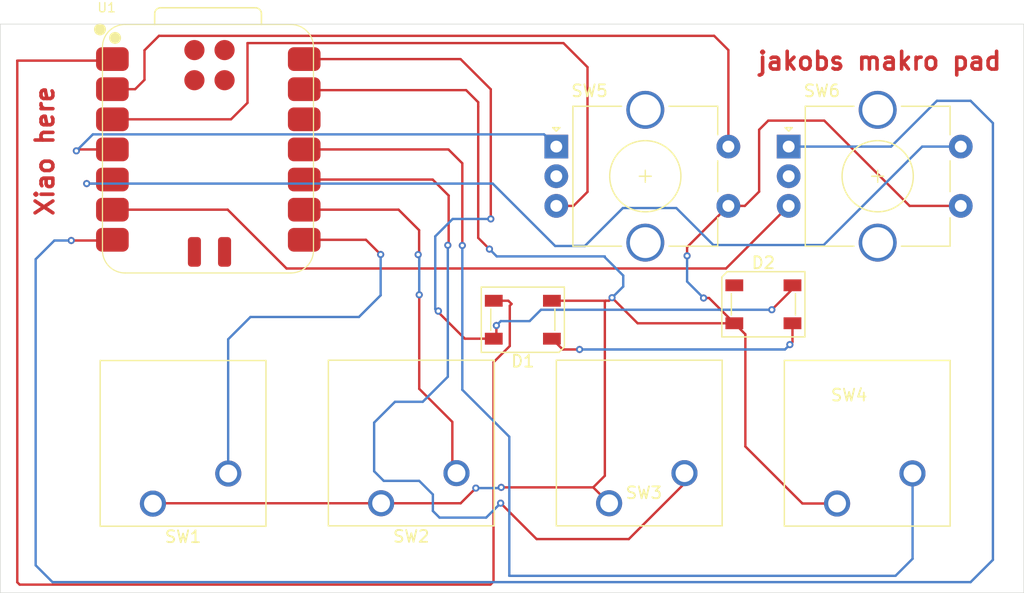
<source format=kicad_pcb>
(kicad_pcb (version 20241229) (generator "pcbnew") (generator_version "9.0")
  (layers (0 "F.Cu" signal) (2 "B.Cu" signal) (13 "F.Paste" user) (15 "B.Paste" user) (5 "F.SilkS" user "F.Silkscreen") (7 "B.SilkS" user "B.Silkscreen") (1 "F.Mask" user) (3 "B.Mask" user) (25 "Edge.Cuts" user))
  (net 0 "")
  (net 1 "Net-(D1-VDD)")
  (net 2 "Net-(D1-VSS)")
  (net 3 "+5V")
  (net 4 "GND")
  (net 6 "Net-(U1-GPIO1{slash}RX)")
  (net 7 "Net-(U1-GPIO2{slash}SCK)")
  (net 8 "Net-(U1-GPIO4{slash}MISO)")
  (net 9 "Net-(U1-GPIO3{slash}MOSI)")
  (net 10 "Net-(U1-GPIO27{slash}ADC1{slash}A1)")
  (net 11 "Net-(U1-GPIO28{slash}ADC2{slash}A2)")
  (net 13 "Net-(U1-GPIO29{slash}ADC3{slash}A3)")
  (net 15 "Net-(U1-GPIO0{slash}TX)")
  (net 16 "Net-(U1-GPIO6{slash}SDA)")
  (net 17 "Net-(U1-GPIO7{slash}SCL)")
  (footprint "Rotary_Encoder:RotaryEncoder_Alps_EC11E-Switch_Vertical_H20mm_CircularMountingHoles" (layer "F.Cu") (at 136.58 93.37)
    (property "Reference" "SW6" (at 2.8 -4.7 0) (layer "F.SilkS"))
    (property "Value" "RotaryEncoder_Switch")
    (fp_line (start -0.3 -1.6) (end 0.3 -1.6) (stroke (width 0.12)) (layer "F.SilkS"))
    (fp_line (start 0 -1.3) (end -0.3 -1.6) (stroke (width 0.12)) (layer "F.SilkS"))
    (fp_line (start 0.3 -1.6) (end 0 -1.3) (stroke (width 0.12)) (layer "F.SilkS"))
    (fp_line (start 1.4 -3.4) (end 1.4 8.4) (stroke (width 0.12)) (layer "F.SilkS"))
    (fp_line (start 5.5 -3.4) (end 1.4 -3.4) (stroke (width 0.12)) (layer "F.SilkS"))
    (fp_line (start 5.5 8.4) (end 1.4 8.4) (stroke (width 0.12)) (layer "F.SilkS"))
    (fp_line (start 7 2.5) (end 8 2.5) (stroke (width 0.12)) (layer "F.SilkS"))
    (fp_line (start 7.5 2) (end 7.5 3) (stroke (width 0.12)) (layer "F.SilkS"))
    (fp_line (start 9.5 -3.4) (end 13.6 -3.4) (stroke (width 0.12)) (layer "F.SilkS"))
    (fp_line (start 13.6 -3.4) (end 13.6 -1) (stroke (width 0.12)) (layer "F.SilkS"))
    (fp_line (start 13.6 1.2) (end 13.6 3.8) (stroke (width 0.12)) (layer "F.SilkS"))
    (fp_line (start 13.6 6) (end 13.6 8.4) (stroke (width 0.12)) (layer "F.SilkS"))
    (fp_line (start 13.6 8.4) (end 9.5 8.4) (stroke (width 0.12)) (layer "F.SilkS"))
    (fp_circle (center 7.5 2.5) (end 10.5 2.5) (stroke (width 0.12)) (fill no) (layer "F.SilkS"))
    (pad "A" thru_hole rect (at 0 0) (size 2 2) (drill 1) (layers "*.Cu" "*.Mask") (net 15 "Net-(U1-GPIO0{slash}TX)"))
    (pad "B" thru_hole circle (at 0 5) (size 2 2) (drill 1) (layers "*.Cu" "*.Mask") (net 17 "Net-(U1-GPIO7{slash}SCL)"))
    (pad "C" thru_hole circle (at 0 2.5) (size 2 2) (drill 1) (layers "*.Cu" "*.Mask"))
    (pad "MP" thru_hole circle (at 7.5 -3.1) (size 3.2 3.2) (drill 2.6) (layers "*.Cu" "*.Mask"))
    (pad "MP" thru_hole circle (at 7.5 8.1) (size 3.2 3.2) (drill 2.6) (layers "*.Cu" "*.Mask"))
    (pad "S1" thru_hole circle (at 14.5 5) (size 2 2) (drill 1) (layers "*.Cu" "*.Mask") (net 4 "GND"))
    (pad "S2" thru_hole circle (at 14.5 0) (size 2 2) (drill 1) (layers "*.Cu" "*.Mask") (net 16 "Net-(U1-GPIO6{slash}SDA)"))
  )
  (footprint "Button_Switch_Keyboard:SW_Cherry_MX_1.00u_PCB" (layer "F.Cu") (at 140.66 123.47 180)
    (property "Reference" "SW4" (at -1.01 9.14 0) (layer "F.SilkS"))
    (property "Value" "SW_Push")
    (fp_line (start 4.445 12.065) (end -9.525 12.065) (stroke (width 0.12)) (layer "F.SilkS"))
    (fp_line (start 4.445 -1.905) (end 4.445 12.065) (stroke (width 0.12)) (layer "F.SilkS"))
    (fp_line (start -9.525 12.065) (end -9.525 -1.905) (stroke (width 0.12)) (layer "F.SilkS"))
    (fp_line (start -9.525 -1.905) (end 4.445 -1.905) (stroke (width 0.12)) (layer "F.SilkS"))
    (pad "" np_thru_hole circle (at -7.62 5.08 180) (size 1.7 1.7) (drill 1.7) (layers "*.Cu" "*.Mask"))
    (pad "" np_thru_hole circle (at -2.54 5.08 180) (size 4 4) (drill 4) (layers "*.Cu" "*.Mask"))
    (pad "" np_thru_hole circle (at 2.54 5.08 180) (size 1.7 1.7) (drill 1.7) (layers "*.Cu" "*.Mask"))
    (pad "1" thru_hole circle (at 0 0 180) (size 2.2 2.2) (drill 1.5) (layers "*.Cu" "*.Mask") (net 4 "GND"))
    (pad "2" thru_hole circle (at -6.35 2.54 180) (size 2.2 2.2) (drill 1.5) (layers "*.Cu" "*.Mask") (net 9 "Net-(U1-GPIO3{slash}MOSI)"))
  )
  (footprint "LED_SMD:LED_SK6812_PLCC4_5.0x5.0mm_P3.2mm" (layer "F.Cu") (at 134.45 106.67)
    (property "Reference" "D2" (at 0 -3.5 0) (layer "F.SilkS"))
    (property "Value" "SK6812")
    (fp_line (start -3.5 -2.3) (end -3.5 2.75) (stroke (width 0.12)) (layer "F.SilkS"))
    (fp_line (start -3.05 -2.75) (end -3.5 -2.3) (stroke (width 0.12)) (layer "F.SilkS"))
    (fp_line (start -2.7 -0.9) (end -2.7 0.9) (stroke (width 0.12)) (layer "F.SilkS"))
    (fp_line (start 2.7 -0.9) (end 2.7 0.9) (stroke (width 0.12)) (layer "F.SilkS"))
    (fp_line (start 3.5 -2.75) (end -3.05 -2.75) (stroke (width 0.12)) (layer "F.SilkS"))
    (fp_line (start 3.5 2.75) (end -3.5 2.75) (stroke (width 0.12)) (layer "F.SilkS"))
    (fp_line (start 3.5 2.75) (end 3.5 -2.75) (stroke (width 0.12)) (layer "F.SilkS"))
    (pad "1" smd rect (at -2.45 -1.6 180) (size 1.5 1) (layers "F.Cu" "F.Mask" "F.Paste"))
    (pad "2" smd rect (at -2.45 1.6 180) (size 1.5 1) (layers "F.Cu" "F.Mask" "F.Paste") (net 4 "GND"))
    (pad "3" smd rect (at 2.45 1.6 180) (size 1.5 1) (layers "F.Cu" "F.Mask" "F.Paste") (net 2 "Net-(D1-VSS)"))
    (pad "4" smd rect (at 2.45 -1.6 180) (size 1.5 1) (layers "F.Cu" "F.Mask" "F.Paste") (net 3 "+5V"))
  )
  (footprint "LED_SMD:LED_SK6812_PLCC4_5.0x5.0mm_P3.2mm" (layer "F.Cu") (at 114.18 107.97 180)
    (property "Reference" "D1" (at 0 -3.5 0) (layer "F.SilkS"))
    (property "Value" "SK6812")
    (fp_line (start 3.5 2.75) (end 3.5 -2.75) (stroke (width 0.12)) (layer "F.SilkS"))
    (fp_line (start 3.5 2.75) (end -3.5 2.75) (stroke (width 0.12)) (layer "F.SilkS"))
    (fp_line (start 3.5 -2.75) (end -3.05 -2.75) (stroke (width 0.12)) (layer "F.SilkS"))
    (fp_line (start 2.7 -0.9) (end 2.7 0.9) (stroke (width 0.12)) (layer "F.SilkS"))
    (fp_line (start -2.7 -0.9) (end -2.7 0.9) (stroke (width 0.12)) (layer "F.SilkS"))
    (fp_line (start -3.05 -2.75) (end -3.5 -2.3) (stroke (width 0.12)) (layer "F.SilkS"))
    (fp_line (start -3.5 -2.3) (end -3.5 2.75) (stroke (width 0.12)) (layer "F.SilkS"))
    (pad "1" smd rect (at -2.45 -1.6) (size 1.5 1) (layers "F.Cu" "F.Mask" "F.Paste") (net 2 "Net-(D1-VSS)"))
    (pad "2" smd rect (at -2.45 1.6) (size 1.5 1) (layers "F.Cu" "F.Mask" "F.Paste") (net 4 "GND"))
    (pad "3" smd rect (at 2.45 1.6) (size 1.5 1) (layers "F.Cu" "F.Mask" "F.Paste") (net 1 "Net-(D1-VDD)"))
    (pad "4" smd rect (at 2.45 -1.6) (size 1.5 1) (layers "F.Cu" "F.Mask" "F.Paste") (net 3 "+5V"))
  )
  (footprint "Button_Switch_Keyboard:SW_Cherry_MX_1.00u_PCB" (layer "F.Cu") (at 102.24 123.45 180)
    (property "Reference" "SW2" (at -2.54 -2.794 0) (layer "F.SilkS"))
    (property "Value" "SW_Push")
    (fp_line (start 4.445 12.065) (end -9.525 12.065) (stroke (width 0.12)) (layer "F.SilkS"))
    (fp_line (start 4.445 -1.905) (end 4.445 12.065) (stroke (width 0.12)) (layer "F.SilkS"))
    (fp_line (start -9.525 12.065) (end -9.525 -1.905) (stroke (width 0.12)) (layer "F.SilkS"))
    (fp_line (start -9.525 -1.905) (end 4.445 -1.905) (stroke (width 0.12)) (layer "F.SilkS"))
    (pad "" np_thru_hole circle (at -7.62 5.08 180) (size 1.7 1.7) (drill 1.7) (layers "*.Cu" "*.Mask"))
    (pad "" np_thru_hole circle (at -2.54 5.08 180) (size 4 4) (drill 4) (layers "*.Cu" "*.Mask"))
    (pad "" np_thru_hole circle (at 2.54 5.08 180) (size 1.7 1.7) (drill 1.7) (layers "*.Cu" "*.Mask"))
    (pad "1" thru_hole circle (at 0 0 180) (size 2.2 2.2) (drill 1.5) (layers "*.Cu" "*.Mask") (net 4 "GND"))
    (pad "2" thru_hole circle (at -6.35 2.54 180) (size 2.2 2.2) (drill 1.5) (layers "*.Cu" "*.Mask") (net 7 "Net-(U1-GPIO2{slash}SCK)"))
  )
  (footprint "Rotary_Encoder:RotaryEncoder_Alps_EC11E-Switch_Vertical_H20mm_CircularMountingHoles" (layer "F.Cu") (at 117 93.37)
    (property "Reference" "SW5" (at 2.8 -4.7 0) (layer "F.SilkS"))
    (property "Value" "RotaryEncoder_Switch")
    (fp_line (start -0.3 -1.6) (end 0.3 -1.6) (stroke (width 0.12)) (layer "F.SilkS"))
    (fp_line (start 0 -1.3) (end -0.3 -1.6) (stroke (width 0.12)) (layer "F.SilkS"))
    (fp_line (start 0.3 -1.6) (end 0 -1.3) (stroke (width 0.12)) (layer "F.SilkS"))
    (fp_line (start 1.4 -3.4) (end 1.4 8.4) (stroke (width 0.12)) (layer "F.SilkS"))
    (fp_line (start 5.5 -3.4) (end 1.4 -3.4) (stroke (width 0.12)) (layer "F.SilkS"))
    (fp_line (start 5.5 8.4) (end 1.4 8.4) (stroke (width 0.12)) (layer "F.SilkS"))
    (fp_line (start 7 2.5) (end 8 2.5) (stroke (width 0.12)) (layer "F.SilkS"))
    (fp_line (start 7.5 2) (end 7.5 3) (stroke (width 0.12)) (layer "F.SilkS"))
    (fp_line (start 9.5 -3.4) (end 13.6 -3.4) (stroke (width 0.12)) (layer "F.SilkS"))
    (fp_line (start 13.6 -3.4) (end 13.6 -1) (stroke (width 0.12)) (layer "F.SilkS"))
    (fp_line (start 13.6 1.2) (end 13.6 3.8) (stroke (width 0.12)) (layer "F.SilkS"))
    (fp_line (start 13.6 6) (end 13.6 8.4) (stroke (width 0.12)) (layer "F.SilkS"))
    (fp_line (start 13.6 8.4) (end 9.5 8.4) (stroke (width 0.12)) (layer "F.SilkS"))
    (fp_circle (center 7.5 2.5) (end 10.5 2.5) (stroke (width 0.12)) (fill no) (layer "F.SilkS"))
    (pad "A" thru_hole rect (at 0 0) (size 2 2) (drill 1) (layers "*.Cu" "*.Mask") (net 13 "Net-(U1-GPIO29{slash}ADC3{slash}A3)"))
    (pad "B" thru_hole circle (at 0 5) (size 2 2) (drill 1) (layers "*.Cu" "*.Mask") (net 11 "Net-(U1-GPIO28{slash}ADC2{slash}A2)"))
    (pad "C" thru_hole circle (at 0 2.5) (size 2 2) (drill 1) (layers "*.Cu" "*.Mask"))
    (pad "MP" thru_hole circle (at 7.5 -3.1) (size 3.2 3.2) (drill 2.6) (layers "*.Cu" "*.Mask"))
    (pad "MP" thru_hole circle (at 7.5 8.1) (size 3.2 3.2) (drill 2.6) (layers "*.Cu" "*.Mask"))
    (pad "S1" thru_hole circle (at 14.5 5) (size 2 2) (drill 1) (layers "*.Cu" "*.Mask") (net 4 "GND"))
    (pad "S2" thru_hole circle (at 14.5 0) (size 2 2) (drill 1) (layers "*.Cu" "*.Mask") (net 10 "Net-(U1-GPIO27{slash}ADC1{slash}A1)"))
  )
  (footprint "Button_Switch_Keyboard:SW_Cherry_MX_1.00u_PCB" (layer "F.Cu") (at 121.45 123.45 180)
    (property "Reference" "SW3" (at -2.93 0.88 0) (layer "F.SilkS"))
    (property "Value" "SW_Push")
    (fp_line (start 4.445 12.065) (end -9.525 12.065) (stroke (width 0.12)) (layer "F.SilkS"))
    (fp_line (start 4.445 -1.905) (end 4.445 12.065) (stroke (width 0.12)) (layer "F.SilkS"))
    (fp_line (start -9.525 12.065) (end -9.525 -1.905) (stroke (width 0.12)) (layer "F.SilkS"))
    (fp_line (start -9.525 -1.905) (end 4.445 -1.905) (stroke (width 0.12)) (layer "F.SilkS"))
    (pad "" np_thru_hole circle (at -7.62 5.08 180) (size 1.7 1.7) (drill 1.7) (layers "*.Cu" "*.Mask"))
    (pad "" np_thru_hole circle (at -2.54 5.08 180) (size 4 4) (drill 4) (layers "*.Cu" "*.Mask"))
    (pad "" np_thru_hole circle (at 2.54 5.08 180) (size 1.7 1.7) (drill 1.7) (layers "*.Cu" "*.Mask"))
    (pad "1" thru_hole circle (at 0 0 180) (size 2.2 2.2) (drill 1.5) (layers "*.Cu" "*.Mask") (net 4 "GND"))
    (pad "2" thru_hole circle (at -6.35 2.54 180) (size 2.2 2.2) (drill 1.5) (layers "*.Cu" "*.Mask") (net 8 "Net-(U1-GPIO4{slash}MISO)"))
  )
  (footprint "seed:XIAO-RP2040-SMD" (layer "F.Cu") (at 87.5945 93.61025)
    (property "Reference" "U1" (at -9.335 -11.5 0) (layer "F.SilkS") (effects (font (size 0.78232 0.78232) (thickness 0.10668)) (justify left bottom)))
    (property "Value" "XIAO-RP2040-DIP")
    (fp_line (start -8.835 8.513) (end -8.835 -8.632) (stroke (width 0.1)) (layer "F.SilkS"))
    (fp_line (start -6.93 10.418) (end 7.04 10.418) (stroke (width 0.1)) (layer "F.SilkS"))
    (fp_line (start -4.44 -10.537) (end -4.436272 -11.447272) (stroke (width 0.127)) (layer "F.SilkS"))
    (fp_line (start -3.936272 -11.947) (end 4.059 -11.947) (stroke (width 0.127)) (layer "F.SilkS"))
    (fp_line (start 4.559 -11.447) (end 4.559 -10.537) (stroke (width 0.127)) (layer "F.SilkS"))
    (fp_line (start 7.04 -10.537) (end -6.93 -10.537) (stroke (width 0.1)) (layer "F.SilkS"))
    (fp_line (start 8.945 8.513) (end 8.945 -8.632) (stroke (width 0.1)) (layer "F.SilkS"))
    (fp_arc (start -8.835 -8.636) (mid -8.277038 -9.983038) (end -6.93 -10.541) (stroke (width 0.1)) (layer "F.SilkS"))
    (fp_arc (start -6.93 10.418) (mid -8.277038 9.860038) (end -8.835 8.513) (stroke (width 0.1)) (layer "F.SilkS"))
    (fp_arc (start -4.436272 -11.447272) (mid -4.289724 -11.800644) (end -3.936272 -11.947) (stroke (width 0.127)) (layer "F.SilkS"))
    (fp_arc (start 4.059 -11.947) (mid 4.412553 -11.800553) (end 4.559 -11.447) (stroke (width 0.127)) (layer "F.SilkS"))
    (fp_arc (start 7.04 -10.537) (mid 8.387038 -9.979038) (end 8.945 -8.632) (stroke (width 0.1)) (layer "F.SilkS"))
    (fp_arc (start 8.945 8.513) (mid 8.387038 9.860038) (end 7.04 10.418) (stroke (width 0.1)) (layer "F.SilkS"))
    (fp_circle (center -9.045 -10.121) (end -9.045 -10.375) (stroke (width 0.5)) (fill yes) (layer "F.SilkS"))
    (fp_circle (center -7.771 -9.404) (end -7.771 -9.658) (stroke (width 0.5)) (fill yes) (layer "F.SilkS"))
    (pad "1" smd roundrect (at -8 -7.62) (size 2.75 2) (layers "F.Cu" "F.Mask" "F.Paste") (net 1 "Net-(D1-VDD)"))
    (pad "2" smd roundrect (at -8 -5.08) (size 2.75 2) (layers "F.Cu" "F.Mask" "F.Paste") (net 10 "Net-(U1-GPIO27{slash}ADC1{slash}A1)"))
    (pad "3" smd roundrect (at -8 -2.54) (size 2.75 2) (layers "F.Cu" "F.Mask" "F.Paste") (net 11 "Net-(U1-GPIO28{slash}ADC2{slash}A2)"))
    (pad "4" smd roundrect (at -8 0) (size 2.75 2) (layers "F.Cu" "F.Mask" "F.Paste") (net 13 "Net-(U1-GPIO29{slash}ADC3{slash}A3)"))
    (pad "5" smd roundrect (at -8 2.54) (size 2.75 2) (layers "F.Cu" "F.Mask" "F.Paste") (net 16 "Net-(U1-GPIO6{slash}SDA)"))
    (pad "6" smd roundrect (at -8 5.08) (size 2.75 2) (layers "F.Cu" "F.Mask" "F.Paste") (net 17 "Net-(U1-GPIO7{slash}SCL)"))
    (pad "7" smd roundrect (at -8 7.62) (size 2.75 2) (layers "F.Cu" "F.Mask" "F.Paste") (net 15 "Net-(U1-GPIO0{slash}TX)"))
    (pad "8" smd roundrect (at 8.165 7.62) (size 2.75 2) (layers "F.Cu" "F.Mask" "F.Paste") (net 6 "Net-(U1-GPIO1{slash}RX)"))
    (pad "9" smd roundrect (at 8.165 5.08) (size 2.75 2) (layers "F.Cu" "F.Mask" "F.Paste") (net 7 "Net-(U1-GPIO2{slash}SCK)"))
    (pad "10" smd roundrect (at 8.165 2.54) (size 2.75 2) (layers "F.Cu" "F.Mask" "F.Paste") (net 8 "Net-(U1-GPIO4{slash}MISO)"))
    (pad "11" smd roundrect (at 8.165 0) (size 2.75 2) (layers "F.Cu" "F.Mask" "F.Paste") (net 9 "Net-(U1-GPIO3{slash}MOSI)"))
    (pad "12" smd roundrect (at 8.165 -2.54) (size 2.75 2) (layers "F.Cu" "F.Mask" "F.Paste"))
    (pad "13" smd roundrect (at 8.165 -5.08) (size 2.75 2) (layers "F.Cu" "F.Mask" "F.Paste") (net 4 "GND"))
    (pad "14" smd roundrect (at 8.165 -7.62) (size 2.75 2) (layers "F.Cu" "F.Mask" "F.Paste") (net 3 "+5V"))
    (pad "15" smd roundrect (at -1.088 8.64 270) (size 2.5 1.1) (layers "F.Cu" "F.Mask" "F.Paste"))
    (pad "16" smd roundrect (at 1.452 8.64 270) (size 2.5 1.1) (layers "F.Cu" "F.Mask" "F.Paste"))
    (pad "17" smd circle (at -1.088 -8.378) (size 1.7 1.7) (layers "F.Cu" "F.Mask" "F.Paste"))
    (pad "18" smd circle (at 1.452 -8.378) (size 1.7 1.7) (layers "F.Cu" "F.Mask" "F.Paste"))
    (pad "19" smd circle (at -1.088 -5.838) (size 1.7 1.7) (layers "F.Cu" "F.Mask" "F.Paste"))
    (pad "20" smd circle (at 1.452 -5.838) (size 1.7 1.7) (layers "F.Cu" "F.Mask" "F.Paste"))
  )
  (footprint "Button_Switch_Keyboard:SW_Cherry_MX_1.00u_PCB" (layer "F.Cu") (at 83.01 123.48 180)
    (property "Reference" "SW1" (at -2.54 -2.794 0) (layer "F.SilkS"))
    (property "Value" "SW_Push")
    (fp_line (start 4.445 12.065) (end -9.525 12.065) (stroke (width 0.12)) (layer "F.SilkS"))
    (fp_line (start 4.445 -1.905) (end 4.445 12.065) (stroke (width 0.12)) (layer "F.SilkS"))
    (fp_line (start -9.525 12.065) (end -9.525 -1.905) (stroke (width 0.12)) (layer "F.SilkS"))
    (fp_line (start -9.525 -1.905) (end 4.445 -1.905) (stroke (width 0.12)) (layer "F.SilkS"))
    (pad "" np_thru_hole circle (at -7.62 5.08 180) (size 1.7 1.7) (drill 1.7) (layers "*.Cu" "*.Mask"))
    (pad "" np_thru_hole circle (at -2.54 5.08 180) (size 4 4) (drill 4) (layers "*.Cu" "*.Mask"))
    (pad "" np_thru_hole circle (at 2.54 5.08 180) (size 1.7 1.7) (drill 1.7) (layers "*.Cu" "*.Mask"))
    (pad "1" thru_hole circle (at 0 0 180) (size 2.2 2.2) (drill 1.5) (layers "*.Cu" "*.Mask") (net 4 "GND"))
    (pad "2" thru_hole circle (at -6.35 2.54 180) (size 2.2 2.2) (drill 1.5) (layers "*.Cu" "*.Mask") (net 6 "Net-(U1-GPIO1{slash}RX)"))
  )
  (gr_rect (start 70.15 83.04) (end 156.39 131) (stroke (width 0.05)) (fill no) (layer "Edge.Cuts"))
  (gr_text "Xiao here" (at 74.78 99.37 90) (layer "F.Cu") (effects (font (size 1.5 1.5) (thickness 0.3) (bold yes)) (justify left bottom)))
  (gr_text "jakobs makro pad" (at 133.83 87.03 0) (layer "F.Cu") (effects (font (size 1.5 1.5) (thickness 0.3) (bold yes)) (justify left bottom)))
  (segment (start 71.58 86.12) (end 71.58 130.11) (width 0.2) (layer "F.Cu") (net 1))
  (segment (start 79.46475 86.12) (end 71.58 86.12) (width 0.2) (layer "F.Cu") (net 1))
  (segment (start 112.96 106.37) (end 111.73 106.37) (width 0.2) (layer "F.Cu") (net 1))
  (segment (start 111.71 130.05) (end 111.71 111.56) (width 0.2) (layer "F.Cu") (net 1))
  (segment (start 79.5945 85.99025) (end 79.46475 86.12) (width 0.2) (layer "F.Cu") (net 1))
  (segment (start 111.45 130.31) (end 111.71 130.05) (width 0.2) (layer "F.Cu") (net 1))
  (segment (start 71.78 130.31) (end 111.45 130.31) (width 0.2) (layer "F.Cu") (net 1))
  (segment (start 113.08 110.19) (end 113.08 106.79) (width 0.2) (layer "F.Cu") (net 1))
  (segment (start 113.23 106.64) (end 112.96 106.37) (width 0.2) (layer "F.Cu") (net 1))
  (segment (start 79.51 86.07475) (end 79.51 86.12) (width 0.2) (layer "F.Cu") (net 1))
  (segment (start 113.08 106.79) (end 113.23 106.64) (width 0.2) (layer "F.Cu") (net 1))
  (segment (start 111.71 111.56) (end 113.08 110.19) (width 0.2) (layer "F.Cu") (net 1))
  (segment (start 71.58 130.11) (end 71.78 130.31) (width 0.2) (layer "F.Cu") (net 1))
  (segment (start 136.9 109.85) (end 136.9 108.27) (width 0.2) (layer "F.Cu") (net 2))
  (segment (start 116.63 109.57) (end 117.54 110.48) (width 0.2) (layer "F.Cu") (net 2))
  (segment (start 136.68 110.07) (end 136.9 109.85) (width 0.2) (layer "F.Cu") (net 2))
  (segment (start 117.54 110.48) (end 118.96 110.48) (width 0.2) (layer "F.Cu") (net 2))
  (via (at 136.68 110.07) (size 0.6) (drill 0.3) (layers "F.Cu" "B.Cu") (net 2))
  (via (at 118.96 110.48) (size 0.6) (drill 0.3) (layers "F.Cu" "B.Cu") (net 2))
  (segment (start 118.96 110.48) (end 136.27 110.48) (width 0.2) (layer "B.Cu") (net 2))
  (segment (start 136.27 110.48) (end 136.68 110.07) (width 0.2) (layer "B.Cu") (net 2))
  (segment (start 111.95 108.46) (end 111.95 109.35) (width 0.2) (layer "F.Cu") (net 3))
  (segment (start 111.48 88.54) (end 111.48 99.47) (width 0.2) (layer "F.Cu") (net 3))
  (segment (start 109.29 109.57) (end 111.73 109.57) (width 0.2) (layer "F.Cu") (net 3))
  (segment (start 107.06 107.24) (end 107.06 107.34) (width 0.2) (layer "F.Cu") (net 3))
  (segment (start 95.7595 85.99025) (end 108.93025 85.99025) (width 0.2) (layer "F.Cu") (net 3))
  (segment (start 136.9 105.39) (end 135.16 107.13) (width 0.2) (layer "F.Cu") (net 3))
  (segment (start 108.93025 85.99025) (end 111.48 88.54) (width 0.2) (layer "F.Cu") (net 3))
  (segment (start 111.95 109.35) (end 111.73 109.57) (width 0.2) (layer "F.Cu") (net 3))
  (segment (start 136.9 105.07) (end 136.9 105.39) (width 0.2) (layer "F.Cu") (net 3))
  (segment (start 107.06 107.34) (end 109.29 109.57) (width 0.2) (layer "F.Cu") (net 3))
  (via (at 107.06 107.24) (size 0.6) (drill 0.3) (layers "F.Cu" "B.Cu") (net 3))
  (via (at 135.16 107.13) (size 0.6) (drill 0.3) (layers "F.Cu" "B.Cu") (net 3))
  (via (at 111.48 99.47) (size 0.6) (drill 0.3) (layers "F.Cu" "B.Cu") (net 3))
  (via (at 111.95 108.46) (size 0.6) (drill 0.3) (layers "F.Cu" "B.Cu") (net 3))
  (via (at 107.06 107.24) (size 0.6) (drill 0.3) (layers "F.Cu" "B.Cu") (net 3))
  (segment (start 112.32 108.09) (end 111.95 108.46) (width 0.2) (layer "B.Cu") (net 3))
  (segment (start 106.8 107.08) (end 106.8 100.94) (width 0.2) (layer "B.Cu") (net 3))
  (segment (start 108.27 99.47) (end 111.48 99.47) (width 0.2) (layer "B.Cu") (net 3))
  (segment (start 115.71 107.13) (end 114.75 108.09) (width 0.2) (layer "B.Cu") (net 3))
  (segment (start 135.16 107.13) (end 115.71 107.13) (width 0.2) (layer "B.Cu") (net 3))
  (segment (start 106.96 107.24) (end 106.8 107.08) (width 0.2) (layer "B.Cu") (net 3))
  (segment (start 106.8 100.94) (end 108.27 99.47) (width 0.2) (layer "B.Cu") (net 3))
  (segment (start 114.75 108.09) (end 112.32 108.09) (width 0.2) (layer "B.Cu") (net 3))
  (segment (start 107.06 107.24) (end 106.96 107.24) (width 0.2) (layer "B.Cu") (net 3))
  (segment (start 132.89 98.37) (end 131.5 98.37) (width 0.2) (layer "F.Cu") (net 4))
  (segment (start 83.01 123.48) (end 83.04 123.45) (width 0.2) (layer "F.Cu") (net 4))
  (segment (start 121.695 106.115) (end 121.44 106.37) (width 0.2) (layer "F.Cu") (net 4))
  (segment (start 146.77 98.37) (end 139.58 91.18) (width 0.2) (layer "F.Cu") (net 4))
  (segment (start 151.08 98.37) (end 146.77 98.37) (width 0.2) (layer "F.Cu") (net 4))
  (segment (start 121.16 106.37) (end 116.63 106.37) (width 0.2) (layer "F.Cu") (net 4))
  (segment (start 132.93 109.2) (end 132 108.27) (width 0.2) (layer "F.Cu") (net 4))
  (segment (start 121.44 106.37) (end 121.16 106.37) (width 0.2) (layer "F.Cu") (net 4))
  (segment (start 83.04 123.45) (end 102.24 123.45) (width 0.2) (layer "F.Cu") (net 4))
  (segment (start 140.66 123.47) (end 137.74 123.47) (width 0.2) (layer "F.Cu") (net 4))
  (segment (start 121.09 121.13) (end 121.09 106.44) (width 0.2) (layer "F.Cu") (net 4))
  (segment (start 110.42 89.63) (end 110.42 90) (width 0.2) (layer "F.Cu") (net 4))
  (segment (start 121.09 106.44) (end 121.16 106.37) (width 0.2) (layer "F.Cu") (net 4))
  (segment (start 129.87 106.14) (end 132 108.27) (width 0.2) (layer "F.Cu") (net 4))
  (segment (start 110.42 101.07) (end 111.365 102.015) (width 0.2) (layer "F.Cu") (net 4))
  (segment (start 131.5 98.37) (end 128.02 101.85) (width 0.2) (layer "F.Cu") (net 4))
  (segment (start 134.86 91.18) (end 134.09 91.95) (width 0.2) (layer "F.Cu") (net 4))
  (segment (start 128.02 101.85) (end 128.02 102.58) (width 0.2) (layer "F.Cu") (net 4))
  (segment (start 95.7595 88.53025) (end 95.83925 88.61) (width 0.2) (layer "F.Cu") (net 4))
  (segment (start 120.11 122.11) (end 121.09 121.13) (width 0.2) (layer "F.Cu") (net 4))
  (segment (start 129.41 106.14) (end 129.87 106.14) (width 0.2) (layer "F.Cu") (net 4))
  (segment (start 132.93 118.66) (end 132.93 109.2) (width 0.2) (layer "F.Cu") (net 4))
  (segment (start 134.09 91.95) (end 134.09 97.17) (width 0.2) (layer "F.Cu") (net 4))
  (segment (start 109.4 88.61) (end 110.42 89.63) (width 0.2) (layer "F.Cu") (net 4))
  (segment (start 123.85 108.27) (end 121.695 106.115) (width 0.2) (layer "F.Cu") (net 4))
  (segment (start 110.42 90) (end 110.42 101.07) (width 0.2) (layer "F.Cu") (net 4))
  (segment (start 139.58 91.18) (end 134.86 91.18) (width 0.2) (layer "F.Cu") (net 4))
  (segment (start 111.365 102.015) (end 111.43 102.08) (width 0.2) (layer "F.Cu") (net 4))
  (segment (start 95.83925 88.61) (end 109.4 88.61) (width 0.2) (layer "F.Cu") (net 4))
  (segment (start 134.09 97.17) (end 132.89 98.37) (width 0.2) (layer "F.Cu") (net 4))
  (segment (start 108.94 123.45) (end 110.22 122.17) (width 0.2) (layer "F.Cu") (net 4))
  (segment (start 112.36 122.11) (end 120.11 122.11) (width 0.2) (layer "F.Cu") (net 4))
  (segment (start 132 108.27) (end 123.85 108.27) (width 0.2) (layer "F.Cu") (net 4))
  (segment (start 137.74 123.47) (end 132.93 118.66) (width 0.2) (layer "F.Cu") (net 4))
  (segment (start 102.24 123.45) (end 108.94 123.45) (width 0.2) (layer "F.Cu") (net 4))
  (segment (start 120.11 122.11) (end 121.45 123.45) (width 0.2) (layer "F.Cu") (net 4))
  (via (at 110.22 122.17) (size 0.6) (drill 0.3) (layers "F.Cu" "B.Cu") (net 4))
  (via (at 128.02 102.58) (size 0.6) (drill 0.3) (layers "F.Cu" "B.Cu") (net 4))
  (via (at 121.695 106.115) (size 0.6) (drill 0.3) (layers "F.Cu" "B.Cu") (net 4))
  (via (at 129.41 106.14) (size 0.6) (drill 0.3) (layers "F.Cu" "B.Cu") (net 4))
  (via (at 111.365 102.015) (size 0.6) (drill 0.3) (layers "F.Cu" "B.Cu") (net 4))
  (via (at 112.36 122.11) (size 0.6) (drill 0.3) (layers "F.Cu" "B.Cu") (net 4))
  (segment (start 121.695 106.115) (end 121.66 106.15) (width 0.2) (layer "B.Cu") (net 4))
  (segment (start 122.64 105.17) (end 121.695 106.115) (width 0.2) (layer "B.Cu") (net 4))
  (segment (start 112.3 122.17) (end 112.36 122.11) (width 0.2) (layer "B.Cu") (net 4))
  (segment (start 128.02 102.58) (end 128.02 104.75) (width 0.2) (layer "B.Cu") (net 4))
  (segment (start 128.02 104.75) (end 129.41 106.14) (width 0.2) (layer "B.Cu") (net 4))
  (segment (start 122.64 104.25) (end 122.64 105.17) (width 0.2) (layer "B.Cu") (net 4))
  (segment (start 110.22 122.17) (end 112.3 122.17) (width 0.2) (layer "B.Cu") (net 4))
  (segment (start 111.98 102.63) (end 121.08 102.63) (width 0.2) (layer "B.Cu") (net 4))
  (segment (start 121.08 102.69) (end 122.64 104.25) (width 0.2) (layer "B.Cu") (net 4))
  (segment (start 121.08 102.63) (end 121.08 102.69) (width 0.2) (layer "B.Cu") (net 4))
  (segment (start 111.365 102.015) (end 111.98 102.63) (width 0.2) (layer "B.Cu") (net 4))
  (segment (start 100.96025 101.23025) (end 102.2 102.47) (width 0.2) (layer "F.Cu") (net 6))
  (segment (start 95.7595 101.23025) (end 100.96025 101.23025) (width 0.2) (layer "F.Cu") (net 6))
  (via (at 102.2 102.47) (size 0.6) (drill 0.3) (layers "F.Cu" "B.Cu") (net 6))
  (segment (start 102.2 105.91) (end 100.37 107.74) (width 0.2) (layer "B.Cu") (net 6))
  (segment (start 89.35 120.93) (end 89.36 120.94) (width 0.2) (layer "B.Cu") (net 6))
  (segment (start 91.23 107.74) (end 89.35 109.62) (width 0.2) (layer "B.Cu") (net 6))
  (segment (start 89.35 109.62) (end 89.35 120.93) (width 0.2) (layer "B.Cu") (net 6))
  (segment (start 102.2 102.47) (end 102.2 105.91) (width 0.2) (layer "B.Cu") (net 6))
  (segment (start 100.37 107.74) (end 91.23 107.74) (width 0.2) (layer "B.Cu") (net 6))
  (segment (start 105.44 102.4) (end 105.36 102.48) (width 0.2) (layer "F.Cu") (net 7))
  (segment (start 95.7595 98.69025) (end 103.71025 98.69025) (width 0.2) (layer "F.Cu") (net 7))
  (segment (start 105.45 105.87) (end 105.45 113.8) (width 0.2) (layer "F.Cu") (net 7))
  (segment (start 103.71025 98.69025) (end 105.44 100.42) (width 0.2) (layer "F.Cu") (net 7))
  (segment (start 105.44 100.42) (end 105.44 102.4) (width 0.2) (layer "F.Cu") (net 7))
  (segment (start 108.24 116.59) (end 108.24 120.56) (width 0.2) (layer "F.Cu") (net 7))
  (segment (start 105.45 113.8) (end 108.24 116.59) (width 0.2) (layer "F.Cu") (net 7))
  (segment (start 108.24 120.56) (end 108.59 120.91) (width 0.2) (layer "F.Cu") (net 7))
  (via (at 105.36 102.48) (size 0.6) (drill 0.3) (layers "F.Cu" "B.Cu") (net 7))
  (via (at 105.45 105.87) (size 0.6) (drill 0.3) (layers "F.Cu" "B.Cu") (net 7))
  (segment (start 105.36 102.48) (end 105.45 102.57) (width 0.2) (layer "B.Cu") (net 7))
  (segment (start 105.45 102.57) (end 105.45 105.87) (width 0.2) (layer "B.Cu") (net 7))
  (segment (start 115.34 126.47) (end 123.11 126.47) (width 0.2) (layer "F.Cu") (net 8))
  (segment (start 106.58025 96.15025) (end 107.93 97.5) (width 0.2) (layer "F.Cu") (net 8))
  (segment (start 107.93 101.62) (end 107.86 101.69) (width 0.2) (layer "F.Cu") (net 8))
  (segment (start 107.93 97.5) (end 107.93 101.62) (width 0.2) (layer "F.Cu") (net 8))
  (segment (start 127.8 121.78) (end 127.8 120.91) (width 0.2) (layer "F.Cu") (net 8))
  (segment (start 112.31 123.44) (end 115.34 126.47) (width 0.2) (layer "F.Cu") (net 8))
  (segment (start 95.7595 96.15025) (end 106.58025 96.15025) (width 0.2) (layer "F.Cu") (net 8))
  (segment (start 123.11 126.47) (end 127.8 121.78) (width 0.2) (layer "F.Cu") (net 8))
  (via (at 112.31 123.44) (size 0.6) (drill 0.3) (layers "F.Cu" "B.Cu") (net 8))
  (via (at 107.86 101.69) (size 0.6) (drill 0.3) (layers "F.Cu" "B.Cu") (net 8))
  (segment (start 106.6 124.1) (end 107.16 124.66) (width 0.2) (layer "B.Cu") (net 8))
  (segment (start 107.86 101.69) (end 107.86 112.78) (width 0.2) (layer "B.Cu") (net 8))
  (segment (start 101.65 120.75) (end 102.46 121.56) (width 0.2) (layer "B.Cu") (net 8))
  (segment (start 107.86 112.78) (end 105.75 114.89) (width 0.2) (layer "B.Cu") (net 8))
  (segment (start 103.41 114.89) (end 101.65 116.65) (width 0.2) (layer "B.Cu") (net 8))
  (segment (start 105.75 114.89) (end 103.41 114.89) (width 0.2) (layer "B.Cu") (net 8))
  (segment (start 107.16 124.66) (end 111.09 124.66) (width 0.2) (layer "B.Cu") (net 8))
  (segment (start 105.45 121.56) (end 106.6 122.71) (width 0.2) (layer "B.Cu") (net 8))
  (segment (start 111.09 124.66) (end 112.31 123.44) (width 0.2) (layer "B.Cu") (net 8))
  (segment (start 106.6 122.71) (end 106.6 124.1) (width 0.2) (layer "B.Cu") (net 8))
  (segment (start 102.46 121.56) (end 105.45 121.56) (width 0.2) (layer "B.Cu") (net 8))
  (segment (start 101.65 116.65) (end 101.65 120.75) (width 0.2) (layer "B.Cu") (net 8))
  (segment (start 107.91025 93.61025) (end 109.08 94.78) (width 0.2) (layer "F.Cu") (net 9))
  (segment (start 95.7595 93.61025) (end 107.91025 93.61025) (width 0.2) (layer "F.Cu") (net 9))
  (segment (start 109.08 94.78) (end 109.08 101.71) (width 0.2) (layer "F.Cu") (net 9))
  (via (at 109.08 101.71) (size 0.6) (drill 0.3) (layers "F.Cu" "B.Cu") (net 9))
  (segment (start 147.02 120.94) (end 147.01 120.93) (width 0.2) (layer "B.Cu") (net 9))
  (segment (start 109.08 101.71) (end 109.08 113.88) (width 0.2) (layer "B.Cu") (net 9))
  (segment (start 113.04 117.84) (end 113.04 129.57) (width 0.2) (layer "B.Cu") (net 9))
  (segment (start 109.08 113.88) (end 113.04 117.84) (width 0.2) (layer "B.Cu") (net 9))
  (segment (start 145.58 129.57) (end 147.02 128.13) (width 0.2) (layer "B.Cu") (net 9))
  (segment (start 113.04 129.57) (end 145.58 129.57) (width 0.2) (layer "B.Cu") (net 9))
  (segment (start 147.02 128.13) (end 147.02 120.94) (width 0.2) (layer "B.Cu") (net 9))
  (segment (start 131.5 85.23) (end 131.5 93.37) (width 0.2) (layer "F.Cu") (net 10))
  (segment (start 79.5945 88.53025) (end 81.50975 88.53025) (width 0.2) (layer "F.Cu") (net 10))
  (segment (start 82.3 85.25) (end 83.52 84.03) (width 0.2) (layer "F.Cu") (net 10))
  (segment (start 83.52 84.03) (end 130.3 84.03) (width 0.2) (layer "F.Cu") (net 10))
  (segment (start 81.50975 88.53025) (end 82.3 87.74) (width 0.2) (layer "F.Cu") (net 10))
  (segment (start 82.3 87.74) (end 82.3 85.25) (width 0.2) (layer "F.Cu") (net 10))
  (segment (start 130.3 84.03) (end 131.5 85.23) (width 0.2) (layer "F.Cu") (net 10))
  (segment (start 90.98 84.64) (end 117.6 84.64) (width 0.2) (layer "F.Cu") (net 11))
  (segment (start 118.45 98.37) (end 117 98.37) (width 0.2) (layer "F.Cu") (net 11))
  (segment (start 117.6 84.64) (end 119.63 86.67) (width 0.2) (layer "F.Cu") (net 11))
  (segment (start 90.98 89.68) (end 90.98 84.64) (width 0.2) (layer "F.Cu") (net 11))
  (segment (start 89.58975 91.07025) (end 90.98 89.68) (width 0.2) (layer "F.Cu") (net 11))
  (segment (start 79.5945 91.07025) (end 89.58975 91.07025) (width 0.2) (layer "F.Cu") (net 11))
  (segment (start 119.63 97.19) (end 118.45 98.37) (width 0.2) (layer "F.Cu") (net 11))
  (segment (start 119.63 86.67) (end 119.63 97.19) (width 0.2) (layer "F.Cu") (net 11))
  (segment (start 79.5945 93.61025) (end 76.67975 93.61025) (width 0.2) (layer "F.Cu") (net 13))
  (segment (start 76.67975 93.61025) (end 76.56 93.73) (width 0.2) (layer "F.Cu") (net 13))
  (via (at 76.56 93.73) (size 0.6) (drill 0.3) (layers "F.Cu" "B.Cu") (net 13))
  (segment (start 76.56 93.73) (end 77.95 92.34) (width 0.2) (layer "B.Cu") (net 13))
  (segment (start 115.97 92.34) (end 117 93.37) (width 0.2) (layer "B.Cu") (net 13))
  (segment (start 77.95 92.34) (end 115.97 92.34) (width 0.2) (layer "B.Cu") (net 13))
  (segment (start 79.53475 101.29) (end 76.13 101.29) (width 0.2) (layer "F.Cu") (net 15))
  (segment (start 79.5945 101.23025) (end 79.53475 101.29) (width 0.2) (layer "F.Cu") (net 15))
  (via (at 76.13 101.29) (size 0.6) (drill 0.3) (layers "F.Cu" "B.Cu") (net 15))
  (segment (start 76.13 101.29) (end 74.71 101.29) (width 0.2) (layer "B.Cu") (net 15))
  (segment (start 73.13 102.87) (end 73.13 128.68) (width 0.2) (layer "B.Cu") (net 15))
  (segment (start 153.79 128.22) (end 153.79 91.39) (width 0.2) (layer "B.Cu") (net 15))
  (segment (start 73.13 128.68) (end 74.55 130.1) (width 0.2) (layer "B.Cu") (net 15))
  (segment (start 151.91 130.1) (end 153.79 128.22) (width 0.2) (layer "B.Cu") (net 15))
  (segment (start 74.55 130.1) (end 151.91 130.1) (width 0.2) (layer "B.Cu") (net 15))
  (segment (start 145.21 93.37) (end 136.58 93.37) (width 0.2) (layer "B.Cu") (net 15))
  (segment (start 149.07 89.51) (end 145.21 93.37) (width 0.2) (layer "B.Cu") (net 15))
  (segment (start 153.79 91.39) (end 151.91 89.51) (width 0.2) (layer "B.Cu") (net 15))
  (segment (start 151.91 89.51) (end 149.07 89.51) (width 0.2) (layer "B.Cu") (net 15))
  (segment (start 74.71 101.29) (end 73.13 102.87) (width 0.2) (layer "B.Cu") (net 15))
  (segment (start 79.5945 96.15025) (end 79.25475 96.49) (width 0.2) (layer "F.Cu") (net 16))
  (segment (start 79.25475 96.49) (end 77.43 96.49) (width 0.2) (layer "F.Cu") (net 16))
  (segment (start 77.43 96.49) (end 77.35 96.49) (width 0.2) (layer "F.Cu") (net 16))
  (via (at 77.43 96.49) (size 0.6) (drill 0.3) (layers "F.Cu" "B.Cu") (net 16))
  (segment (start 130.23 101.67) (end 139.53 101.67) (width 0.2) (layer "B.Cu") (net 16))
  (segment (start 116.9 101.75) (end 119.41 101.75) (width 0.2) (layer "B.Cu") (net 16))
  (segment (start 111.64 96.49) (end 116.9 101.75) (width 0.2) (layer "B.Cu") (net 16))
  (segment (start 127.11 98.55) (end 130.23 101.67) (width 0.2) (layer "B.Cu") (net 16))
  (segment (start 147.83 93.37) (end 151.08 93.37) (width 0.2) (layer "B.Cu") (net 16))
  (segment (start 77.43 96.49) (end 111.64 96.49) (width 0.2) (layer "B.Cu") (net 16))
  (segment (start 122.61 98.55) (end 127.11 98.55) (width 0.2) (layer "B.Cu") (net 16))
  (segment (start 139.53 101.67) (end 147.83 93.37) (width 0.2) (layer "B.Cu") (net 16))
  (segment (start 119.41 101.75) (end 122.61 98.55) (width 0.2) (layer "B.Cu") (net 16))
  (segment (start 79.5945 98.69025) (end 89.31025 98.69025) (width 0.2) (layer "F.Cu") (net 17))
  (segment (start 94.27 103.65) (end 131.3 103.65) (width 0.2) (layer "F.Cu") (net 17))
  (segment (start 89.31025 98.69025) (end 94.27 103.65) (width 0.2) (layer "F.Cu") (net 17))
  (segment (start 131.3 103.65) (end 136.58 98.37) (width 0.2) (layer "F.Cu") (net 17))
)
</source>
